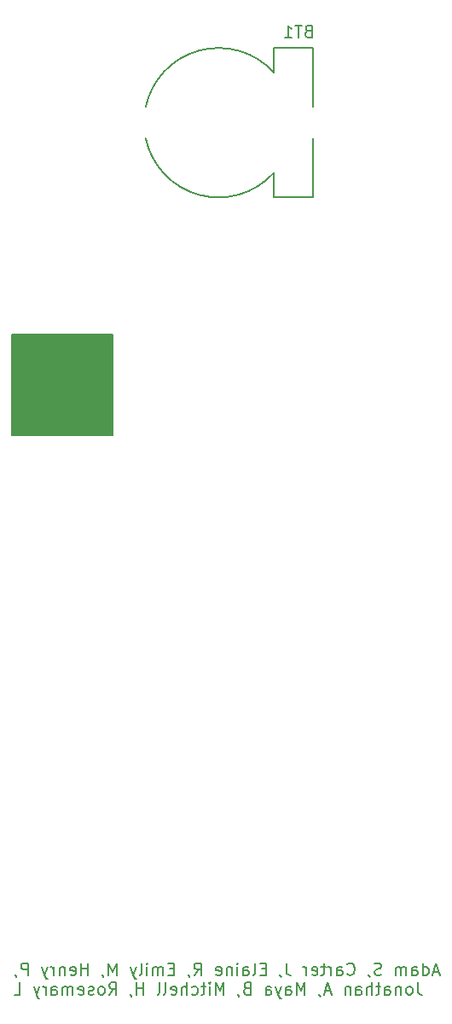
<source format=gbo>
G04 #@! TF.GenerationSoftware,KiCad,Pcbnew,(6.0.7)*
G04 #@! TF.CreationDate,2022-12-13T13:41:41-06:00*
G04 #@! TF.ProjectId,Narwal_v1,4e617277-616c-45f7-9631-2e6b69636164,1*
G04 #@! TF.SameCoordinates,Original*
G04 #@! TF.FileFunction,Legend,Bot*
G04 #@! TF.FilePolarity,Positive*
%FSLAX46Y46*%
G04 Gerber Fmt 4.6, Leading zero omitted, Abs format (unit mm)*
G04 Created by KiCad (PCBNEW (6.0.7)) date 2022-12-13 13:41:41*
%MOMM*%
%LPD*%
G01*
G04 APERTURE LIST*
%ADD10C,0.180000*%
%ADD11C,0.200000*%
%ADD12R,1.800000X1.800000*%
%ADD13C,1.800000*%
%ADD14C,5.000000*%
%ADD15R,2.775000X2.775000*%
%ADD16C,2.775000*%
%ADD17R,1.524000X1.524000*%
%ADD18C,1.524000*%
%ADD19C,1.508000*%
%ADD20C,1.920000*%
%ADD21R,4.500000X2.300000*%
G04 APERTURE END LIST*
D10*
X117500000Y-82500000D02*
X107500000Y-82500000D01*
X107500000Y-82500000D02*
X107500000Y-92500000D01*
X107500000Y-92500000D02*
X117500000Y-92500000D01*
X117500000Y-92500000D02*
X117500000Y-82500000D01*
G36*
X117500000Y-82500000D02*
G01*
X107500000Y-82500000D01*
X107500000Y-92500000D01*
X117500000Y-92500000D01*
X117500000Y-82500000D01*
G37*
D11*
X149915714Y-145734000D02*
X149344285Y-145734000D01*
X150030000Y-146076857D02*
X149630000Y-144876857D01*
X149230000Y-146076857D01*
X148315714Y-146076857D02*
X148315714Y-144876857D01*
X148315714Y-146019714D02*
X148430000Y-146076857D01*
X148658571Y-146076857D01*
X148772857Y-146019714D01*
X148830000Y-145962571D01*
X148887142Y-145848285D01*
X148887142Y-145505428D01*
X148830000Y-145391142D01*
X148772857Y-145334000D01*
X148658571Y-145276857D01*
X148430000Y-145276857D01*
X148315714Y-145334000D01*
X147230000Y-146076857D02*
X147230000Y-145448285D01*
X147287142Y-145334000D01*
X147401428Y-145276857D01*
X147630000Y-145276857D01*
X147744285Y-145334000D01*
X147230000Y-146019714D02*
X147344285Y-146076857D01*
X147630000Y-146076857D01*
X147744285Y-146019714D01*
X147801428Y-145905428D01*
X147801428Y-145791142D01*
X147744285Y-145676857D01*
X147630000Y-145619714D01*
X147344285Y-145619714D01*
X147230000Y-145562571D01*
X146658571Y-146076857D02*
X146658571Y-145276857D01*
X146658571Y-145391142D02*
X146601428Y-145334000D01*
X146487142Y-145276857D01*
X146315714Y-145276857D01*
X146201428Y-145334000D01*
X146144285Y-145448285D01*
X146144285Y-146076857D01*
X146144285Y-145448285D02*
X146087142Y-145334000D01*
X145972857Y-145276857D01*
X145801428Y-145276857D01*
X145687142Y-145334000D01*
X145630000Y-145448285D01*
X145630000Y-146076857D01*
X144201428Y-146019714D02*
X144030000Y-146076857D01*
X143744285Y-146076857D01*
X143630000Y-146019714D01*
X143572857Y-145962571D01*
X143515714Y-145848285D01*
X143515714Y-145734000D01*
X143572857Y-145619714D01*
X143630000Y-145562571D01*
X143744285Y-145505428D01*
X143972857Y-145448285D01*
X144087142Y-145391142D01*
X144144285Y-145334000D01*
X144201428Y-145219714D01*
X144201428Y-145105428D01*
X144144285Y-144991142D01*
X144087142Y-144934000D01*
X143972857Y-144876857D01*
X143687142Y-144876857D01*
X143515714Y-144934000D01*
X142944285Y-146019714D02*
X142944285Y-146076857D01*
X143001428Y-146191142D01*
X143058571Y-146248285D01*
X140830000Y-145962571D02*
X140887142Y-146019714D01*
X141058571Y-146076857D01*
X141172857Y-146076857D01*
X141344285Y-146019714D01*
X141458571Y-145905428D01*
X141515714Y-145791142D01*
X141572857Y-145562571D01*
X141572857Y-145391142D01*
X141515714Y-145162571D01*
X141458571Y-145048285D01*
X141344285Y-144934000D01*
X141172857Y-144876857D01*
X141058571Y-144876857D01*
X140887142Y-144934000D01*
X140830000Y-144991142D01*
X139801428Y-146076857D02*
X139801428Y-145448285D01*
X139858571Y-145334000D01*
X139972857Y-145276857D01*
X140201428Y-145276857D01*
X140315714Y-145334000D01*
X139801428Y-146019714D02*
X139915714Y-146076857D01*
X140201428Y-146076857D01*
X140315714Y-146019714D01*
X140372857Y-145905428D01*
X140372857Y-145791142D01*
X140315714Y-145676857D01*
X140201428Y-145619714D01*
X139915714Y-145619714D01*
X139801428Y-145562571D01*
X139230000Y-146076857D02*
X139230000Y-145276857D01*
X139230000Y-145505428D02*
X139172857Y-145391142D01*
X139115714Y-145334000D01*
X139001428Y-145276857D01*
X138887142Y-145276857D01*
X138658571Y-145276857D02*
X138201428Y-145276857D01*
X138487142Y-144876857D02*
X138487142Y-145905428D01*
X138430000Y-146019714D01*
X138315714Y-146076857D01*
X138201428Y-146076857D01*
X137344285Y-146019714D02*
X137458571Y-146076857D01*
X137687142Y-146076857D01*
X137801428Y-146019714D01*
X137858571Y-145905428D01*
X137858571Y-145448285D01*
X137801428Y-145334000D01*
X137687142Y-145276857D01*
X137458571Y-145276857D01*
X137344285Y-145334000D01*
X137287142Y-145448285D01*
X137287142Y-145562571D01*
X137858571Y-145676857D01*
X136772857Y-146076857D02*
X136772857Y-145276857D01*
X136772857Y-145505428D02*
X136715714Y-145391142D01*
X136658571Y-145334000D01*
X136544285Y-145276857D01*
X136430000Y-145276857D01*
X134772857Y-144876857D02*
X134772857Y-145734000D01*
X134830000Y-145905428D01*
X134944285Y-146019714D01*
X135115714Y-146076857D01*
X135230000Y-146076857D01*
X134144285Y-146019714D02*
X134144285Y-146076857D01*
X134201428Y-146191142D01*
X134258571Y-146248285D01*
X132715714Y-145448285D02*
X132315714Y-145448285D01*
X132144285Y-146076857D02*
X132715714Y-146076857D01*
X132715714Y-144876857D01*
X132144285Y-144876857D01*
X131458571Y-146076857D02*
X131572857Y-146019714D01*
X131629999Y-145905428D01*
X131629999Y-144876857D01*
X130487142Y-146076857D02*
X130487142Y-145448285D01*
X130544285Y-145334000D01*
X130658571Y-145276857D01*
X130887142Y-145276857D01*
X131001428Y-145334000D01*
X130487142Y-146019714D02*
X130601428Y-146076857D01*
X130887142Y-146076857D01*
X131001428Y-146019714D01*
X131058571Y-145905428D01*
X131058571Y-145791142D01*
X131001428Y-145676857D01*
X130887142Y-145619714D01*
X130601428Y-145619714D01*
X130487142Y-145562571D01*
X129915714Y-146076857D02*
X129915714Y-145276857D01*
X129915714Y-144876857D02*
X129972857Y-144934000D01*
X129915714Y-144991142D01*
X129858571Y-144934000D01*
X129915714Y-144876857D01*
X129915714Y-144991142D01*
X129344285Y-145276857D02*
X129344285Y-146076857D01*
X129344285Y-145391142D02*
X129287142Y-145334000D01*
X129172857Y-145276857D01*
X129001428Y-145276857D01*
X128887142Y-145334000D01*
X128829999Y-145448285D01*
X128829999Y-146076857D01*
X127801428Y-146019714D02*
X127915714Y-146076857D01*
X128144285Y-146076857D01*
X128258571Y-146019714D01*
X128315714Y-145905428D01*
X128315714Y-145448285D01*
X128258571Y-145334000D01*
X128144285Y-145276857D01*
X127915714Y-145276857D01*
X127801428Y-145334000D01*
X127744285Y-145448285D01*
X127744285Y-145562571D01*
X128315714Y-145676857D01*
X125629999Y-146076857D02*
X126029999Y-145505428D01*
X126315714Y-146076857D02*
X126315714Y-144876857D01*
X125858571Y-144876857D01*
X125744285Y-144934000D01*
X125687142Y-144991142D01*
X125629999Y-145105428D01*
X125629999Y-145276857D01*
X125687142Y-145391142D01*
X125744285Y-145448285D01*
X125858571Y-145505428D01*
X126315714Y-145505428D01*
X125058571Y-146019714D02*
X125058571Y-146076857D01*
X125115714Y-146191142D01*
X125172857Y-146248285D01*
X123629999Y-145448285D02*
X123229999Y-145448285D01*
X123058571Y-146076857D02*
X123629999Y-146076857D01*
X123629999Y-144876857D01*
X123058571Y-144876857D01*
X122544285Y-146076857D02*
X122544285Y-145276857D01*
X122544285Y-145391142D02*
X122487142Y-145334000D01*
X122372857Y-145276857D01*
X122201428Y-145276857D01*
X122087142Y-145334000D01*
X122029999Y-145448285D01*
X122029999Y-146076857D01*
X122029999Y-145448285D02*
X121972857Y-145334000D01*
X121858571Y-145276857D01*
X121687142Y-145276857D01*
X121572857Y-145334000D01*
X121515714Y-145448285D01*
X121515714Y-146076857D01*
X120944285Y-146076857D02*
X120944285Y-145276857D01*
X120944285Y-144876857D02*
X121001428Y-144934000D01*
X120944285Y-144991142D01*
X120887142Y-144934000D01*
X120944285Y-144876857D01*
X120944285Y-144991142D01*
X120201428Y-146076857D02*
X120315714Y-146019714D01*
X120372857Y-145905428D01*
X120372857Y-144876857D01*
X119858571Y-145276857D02*
X119572857Y-146076857D01*
X119287142Y-145276857D02*
X119572857Y-146076857D01*
X119687142Y-146362571D01*
X119744285Y-146419714D01*
X119858571Y-146476857D01*
X117915714Y-146076857D02*
X117915714Y-144876857D01*
X117515714Y-145734000D01*
X117115714Y-144876857D01*
X117115714Y-146076857D01*
X116487142Y-146019714D02*
X116487142Y-146076857D01*
X116544285Y-146191142D01*
X116601428Y-146248285D01*
X115058571Y-146076857D02*
X115058571Y-144876857D01*
X115058571Y-145448285D02*
X114372857Y-145448285D01*
X114372857Y-146076857D02*
X114372857Y-144876857D01*
X113344285Y-146019714D02*
X113458571Y-146076857D01*
X113687142Y-146076857D01*
X113801428Y-146019714D01*
X113858571Y-145905428D01*
X113858571Y-145448285D01*
X113801428Y-145334000D01*
X113687142Y-145276857D01*
X113458571Y-145276857D01*
X113344285Y-145334000D01*
X113287142Y-145448285D01*
X113287142Y-145562571D01*
X113858571Y-145676857D01*
X112772857Y-145276857D02*
X112772857Y-146076857D01*
X112772857Y-145391142D02*
X112715714Y-145334000D01*
X112601428Y-145276857D01*
X112429999Y-145276857D01*
X112315714Y-145334000D01*
X112258571Y-145448285D01*
X112258571Y-146076857D01*
X111687142Y-146076857D02*
X111687142Y-145276857D01*
X111687142Y-145505428D02*
X111629999Y-145391142D01*
X111572857Y-145334000D01*
X111458571Y-145276857D01*
X111344285Y-145276857D01*
X111058571Y-145276857D02*
X110772857Y-146076857D01*
X110487142Y-145276857D02*
X110772857Y-146076857D01*
X110887142Y-146362571D01*
X110944285Y-146419714D01*
X111058571Y-146476857D01*
X109115714Y-146076857D02*
X109115714Y-144876857D01*
X108658571Y-144876857D01*
X108544285Y-144934000D01*
X108487142Y-144991142D01*
X108429999Y-145105428D01*
X108429999Y-145276857D01*
X108487142Y-145391142D01*
X108544285Y-145448285D01*
X108658571Y-145505428D01*
X109115714Y-145505428D01*
X107858571Y-146019714D02*
X107858571Y-146076857D01*
X107915714Y-146191142D01*
X107972857Y-146248285D01*
X147801428Y-146808857D02*
X147801428Y-147666000D01*
X147858571Y-147837428D01*
X147972857Y-147951714D01*
X148144285Y-148008857D01*
X148258571Y-148008857D01*
X147058571Y-148008857D02*
X147172857Y-147951714D01*
X147230000Y-147894571D01*
X147287142Y-147780285D01*
X147287142Y-147437428D01*
X147230000Y-147323142D01*
X147172857Y-147266000D01*
X147058571Y-147208857D01*
X146887142Y-147208857D01*
X146772857Y-147266000D01*
X146715714Y-147323142D01*
X146658571Y-147437428D01*
X146658571Y-147780285D01*
X146715714Y-147894571D01*
X146772857Y-147951714D01*
X146887142Y-148008857D01*
X147058571Y-148008857D01*
X146144285Y-147208857D02*
X146144285Y-148008857D01*
X146144285Y-147323142D02*
X146087142Y-147266000D01*
X145972857Y-147208857D01*
X145801428Y-147208857D01*
X145687142Y-147266000D01*
X145630000Y-147380285D01*
X145630000Y-148008857D01*
X144544285Y-148008857D02*
X144544285Y-147380285D01*
X144601428Y-147266000D01*
X144715714Y-147208857D01*
X144944285Y-147208857D01*
X145058571Y-147266000D01*
X144544285Y-147951714D02*
X144658571Y-148008857D01*
X144944285Y-148008857D01*
X145058571Y-147951714D01*
X145115714Y-147837428D01*
X145115714Y-147723142D01*
X145058571Y-147608857D01*
X144944285Y-147551714D01*
X144658571Y-147551714D01*
X144544285Y-147494571D01*
X144144285Y-147208857D02*
X143687142Y-147208857D01*
X143972857Y-146808857D02*
X143972857Y-147837428D01*
X143915714Y-147951714D01*
X143801428Y-148008857D01*
X143687142Y-148008857D01*
X143287142Y-148008857D02*
X143287142Y-146808857D01*
X142772857Y-148008857D02*
X142772857Y-147380285D01*
X142830000Y-147266000D01*
X142944285Y-147208857D01*
X143115714Y-147208857D01*
X143230000Y-147266000D01*
X143287142Y-147323142D01*
X141687142Y-148008857D02*
X141687142Y-147380285D01*
X141744285Y-147266000D01*
X141858571Y-147208857D01*
X142087142Y-147208857D01*
X142201428Y-147266000D01*
X141687142Y-147951714D02*
X141801428Y-148008857D01*
X142087142Y-148008857D01*
X142201428Y-147951714D01*
X142258571Y-147837428D01*
X142258571Y-147723142D01*
X142201428Y-147608857D01*
X142087142Y-147551714D01*
X141801428Y-147551714D01*
X141687142Y-147494571D01*
X141115714Y-147208857D02*
X141115714Y-148008857D01*
X141115714Y-147323142D02*
X141058571Y-147266000D01*
X140944285Y-147208857D01*
X140772857Y-147208857D01*
X140658571Y-147266000D01*
X140601428Y-147380285D01*
X140601428Y-148008857D01*
X139172857Y-147666000D02*
X138601428Y-147666000D01*
X139287142Y-148008857D02*
X138887142Y-146808857D01*
X138487142Y-148008857D01*
X138030000Y-147951714D02*
X138030000Y-148008857D01*
X138087142Y-148123142D01*
X138144285Y-148180285D01*
X136601428Y-148008857D02*
X136601428Y-146808857D01*
X136201428Y-147666000D01*
X135801428Y-146808857D01*
X135801428Y-148008857D01*
X134715714Y-148008857D02*
X134715714Y-147380285D01*
X134772857Y-147266000D01*
X134887142Y-147208857D01*
X135115714Y-147208857D01*
X135230000Y-147266000D01*
X134715714Y-147951714D02*
X134830000Y-148008857D01*
X135115714Y-148008857D01*
X135230000Y-147951714D01*
X135287142Y-147837428D01*
X135287142Y-147723142D01*
X135230000Y-147608857D01*
X135115714Y-147551714D01*
X134830000Y-147551714D01*
X134715714Y-147494571D01*
X134258571Y-147208857D02*
X133972857Y-148008857D01*
X133687142Y-147208857D02*
X133972857Y-148008857D01*
X134087142Y-148294571D01*
X134144285Y-148351714D01*
X134258571Y-148408857D01*
X132715714Y-148008857D02*
X132715714Y-147380285D01*
X132772857Y-147266000D01*
X132887142Y-147208857D01*
X133115714Y-147208857D01*
X133230000Y-147266000D01*
X132715714Y-147951714D02*
X132830000Y-148008857D01*
X133115714Y-148008857D01*
X133230000Y-147951714D01*
X133287142Y-147837428D01*
X133287142Y-147723142D01*
X133230000Y-147608857D01*
X133115714Y-147551714D01*
X132830000Y-147551714D01*
X132715714Y-147494571D01*
X130830000Y-147380285D02*
X130658571Y-147437428D01*
X130601428Y-147494571D01*
X130544285Y-147608857D01*
X130544285Y-147780285D01*
X130601428Y-147894571D01*
X130658571Y-147951714D01*
X130772857Y-148008857D01*
X131230000Y-148008857D01*
X131230000Y-146808857D01*
X130830000Y-146808857D01*
X130715714Y-146866000D01*
X130658571Y-146923142D01*
X130601428Y-147037428D01*
X130601428Y-147151714D01*
X130658571Y-147266000D01*
X130715714Y-147323142D01*
X130830000Y-147380285D01*
X131230000Y-147380285D01*
X129972857Y-147951714D02*
X129972857Y-148008857D01*
X130030000Y-148123142D01*
X130087142Y-148180285D01*
X128544285Y-148008857D02*
X128544285Y-146808857D01*
X128144285Y-147666000D01*
X127744285Y-146808857D01*
X127744285Y-148008857D01*
X127172857Y-148008857D02*
X127172857Y-147208857D01*
X127172857Y-146808857D02*
X127230000Y-146866000D01*
X127172857Y-146923142D01*
X127115714Y-146866000D01*
X127172857Y-146808857D01*
X127172857Y-146923142D01*
X126772857Y-147208857D02*
X126315714Y-147208857D01*
X126601428Y-146808857D02*
X126601428Y-147837428D01*
X126544285Y-147951714D01*
X126430000Y-148008857D01*
X126315714Y-148008857D01*
X125401428Y-147951714D02*
X125515714Y-148008857D01*
X125744285Y-148008857D01*
X125858571Y-147951714D01*
X125915714Y-147894571D01*
X125972857Y-147780285D01*
X125972857Y-147437428D01*
X125915714Y-147323142D01*
X125858571Y-147266000D01*
X125744285Y-147208857D01*
X125515714Y-147208857D01*
X125401428Y-147266000D01*
X124887142Y-148008857D02*
X124887142Y-146808857D01*
X124372857Y-148008857D02*
X124372857Y-147380285D01*
X124430000Y-147266000D01*
X124544285Y-147208857D01*
X124715714Y-147208857D01*
X124830000Y-147266000D01*
X124887142Y-147323142D01*
X123344285Y-147951714D02*
X123458571Y-148008857D01*
X123687142Y-148008857D01*
X123801428Y-147951714D01*
X123858571Y-147837428D01*
X123858571Y-147380285D01*
X123801428Y-147266000D01*
X123687142Y-147208857D01*
X123458571Y-147208857D01*
X123344285Y-147266000D01*
X123287142Y-147380285D01*
X123287142Y-147494571D01*
X123858571Y-147608857D01*
X122601428Y-148008857D02*
X122715714Y-147951714D01*
X122772857Y-147837428D01*
X122772857Y-146808857D01*
X121972857Y-148008857D02*
X122087142Y-147951714D01*
X122144285Y-147837428D01*
X122144285Y-146808857D01*
X120601428Y-148008857D02*
X120601428Y-146808857D01*
X120601428Y-147380285D02*
X119915714Y-147380285D01*
X119915714Y-148008857D02*
X119915714Y-146808857D01*
X119287142Y-147951714D02*
X119287142Y-148008857D01*
X119344285Y-148123142D01*
X119401428Y-148180285D01*
X117172857Y-148008857D02*
X117572857Y-147437428D01*
X117858571Y-148008857D02*
X117858571Y-146808857D01*
X117401428Y-146808857D01*
X117287142Y-146866000D01*
X117230000Y-146923142D01*
X117172857Y-147037428D01*
X117172857Y-147208857D01*
X117230000Y-147323142D01*
X117287142Y-147380285D01*
X117401428Y-147437428D01*
X117858571Y-147437428D01*
X116487142Y-148008857D02*
X116601428Y-147951714D01*
X116658571Y-147894571D01*
X116715714Y-147780285D01*
X116715714Y-147437428D01*
X116658571Y-147323142D01*
X116601428Y-147266000D01*
X116487142Y-147208857D01*
X116315714Y-147208857D01*
X116201428Y-147266000D01*
X116144285Y-147323142D01*
X116087142Y-147437428D01*
X116087142Y-147780285D01*
X116144285Y-147894571D01*
X116201428Y-147951714D01*
X116315714Y-148008857D01*
X116487142Y-148008857D01*
X115630000Y-147951714D02*
X115515714Y-148008857D01*
X115287142Y-148008857D01*
X115172857Y-147951714D01*
X115115714Y-147837428D01*
X115115714Y-147780285D01*
X115172857Y-147666000D01*
X115287142Y-147608857D01*
X115458571Y-147608857D01*
X115572857Y-147551714D01*
X115630000Y-147437428D01*
X115630000Y-147380285D01*
X115572857Y-147266000D01*
X115458571Y-147208857D01*
X115287142Y-147208857D01*
X115172857Y-147266000D01*
X114144285Y-147951714D02*
X114258571Y-148008857D01*
X114487142Y-148008857D01*
X114601428Y-147951714D01*
X114658571Y-147837428D01*
X114658571Y-147380285D01*
X114601428Y-147266000D01*
X114487142Y-147208857D01*
X114258571Y-147208857D01*
X114144285Y-147266000D01*
X114087142Y-147380285D01*
X114087142Y-147494571D01*
X114658571Y-147608857D01*
X113572857Y-148008857D02*
X113572857Y-147208857D01*
X113572857Y-147323142D02*
X113515714Y-147266000D01*
X113401428Y-147208857D01*
X113230000Y-147208857D01*
X113115714Y-147266000D01*
X113058571Y-147380285D01*
X113058571Y-148008857D01*
X113058571Y-147380285D02*
X113001428Y-147266000D01*
X112887142Y-147208857D01*
X112715714Y-147208857D01*
X112601428Y-147266000D01*
X112544285Y-147380285D01*
X112544285Y-148008857D01*
X111458571Y-148008857D02*
X111458571Y-147380285D01*
X111515714Y-147266000D01*
X111630000Y-147208857D01*
X111858571Y-147208857D01*
X111972857Y-147266000D01*
X111458571Y-147951714D02*
X111572857Y-148008857D01*
X111858571Y-148008857D01*
X111972857Y-147951714D01*
X112030000Y-147837428D01*
X112030000Y-147723142D01*
X111972857Y-147608857D01*
X111858571Y-147551714D01*
X111572857Y-147551714D01*
X111458571Y-147494571D01*
X110887142Y-148008857D02*
X110887142Y-147208857D01*
X110887142Y-147437428D02*
X110830000Y-147323142D01*
X110772857Y-147266000D01*
X110658571Y-147208857D01*
X110544285Y-147208857D01*
X110258571Y-147208857D02*
X109972857Y-148008857D01*
X109687142Y-147208857D02*
X109972857Y-148008857D01*
X110087142Y-148294571D01*
X110144285Y-148351714D01*
X110258571Y-148408857D01*
X107744285Y-148008857D02*
X108315714Y-148008857D01*
X108315714Y-146808857D01*
X136942857Y-52414285D02*
X136771428Y-52471428D01*
X136714285Y-52528571D01*
X136657142Y-52642857D01*
X136657142Y-52814285D01*
X136714285Y-52928571D01*
X136771428Y-52985714D01*
X136885714Y-53042857D01*
X137342857Y-53042857D01*
X137342857Y-51842857D01*
X136942857Y-51842857D01*
X136828571Y-51900000D01*
X136771428Y-51957142D01*
X136714285Y-52071428D01*
X136714285Y-52185714D01*
X136771428Y-52300000D01*
X136828571Y-52357142D01*
X136942857Y-52414285D01*
X137342857Y-52414285D01*
X136314285Y-51842857D02*
X135628571Y-51842857D01*
X135971428Y-53042857D02*
X135971428Y-51842857D01*
X134600000Y-53042857D02*
X135285714Y-53042857D01*
X134942857Y-53042857D02*
X134942857Y-51842857D01*
X135057142Y-52014285D01*
X135171428Y-52128571D01*
X135285714Y-52185714D01*
D10*
X137375000Y-54100000D02*
X133525000Y-54100000D01*
X137375000Y-68900000D02*
X137375000Y-63050000D01*
X133525000Y-66425000D02*
X133525000Y-68900000D01*
X133525000Y-68900000D02*
X137375000Y-68900000D01*
X137375000Y-54100000D02*
X137375000Y-59950000D01*
X133525000Y-54100000D02*
X133525000Y-56525000D01*
X133525000Y-56525000D02*
G75*
G03*
X120799999Y-59975001I-5488304J-4949391D01*
G01*
X120799999Y-63024999D02*
G75*
G03*
X133525000Y-66475000I7236697J1499390D01*
G01*
%LPC*%
D12*
X172500000Y-63225000D03*
D13*
X172500000Y-65765000D03*
D14*
X103500000Y-53500000D03*
X181500000Y-53500000D03*
X181500000Y-146500000D03*
D15*
X161200000Y-93000000D03*
D16*
X156500000Y-93000000D03*
X151800000Y-93000000D03*
D17*
X108370000Y-76270000D03*
D18*
X108370000Y-73730000D03*
X110910000Y-76270000D03*
X110910000Y-73730000D03*
X113450000Y-76270000D03*
X113450000Y-73730000D03*
X115990000Y-76270000D03*
X115990000Y-73730000D03*
X118530000Y-76270000D03*
X118530000Y-73730000D03*
X121070000Y-76270000D03*
X121070000Y-73730000D03*
X123610000Y-76270000D03*
X123610000Y-73730000D03*
X126150000Y-76270000D03*
X126150000Y-73730000D03*
X128690000Y-76270000D03*
X128690000Y-73730000D03*
X131230000Y-76270000D03*
X131230000Y-73730000D03*
X133770000Y-76270000D03*
X133770000Y-73730000D03*
X136310000Y-76270000D03*
X136310000Y-73730000D03*
X138850000Y-76270000D03*
X138850000Y-73730000D03*
X141390000Y-76270000D03*
X141390000Y-73730000D03*
X143930000Y-76270000D03*
X143930000Y-73730000D03*
X146470000Y-76270000D03*
X146470000Y-73730000D03*
X149010000Y-76270000D03*
X149010000Y-73730000D03*
X151550000Y-76270000D03*
X151550000Y-73730000D03*
X154090000Y-76270000D03*
X154090000Y-73730000D03*
X156630000Y-76270000D03*
X156630000Y-73730000D03*
D14*
X103500000Y-146500000D03*
D19*
X170000000Y-145000000D03*
D20*
X167600000Y-142600000D03*
X167600000Y-147400000D03*
X172400000Y-147400000D03*
X172400000Y-142600000D03*
D21*
X119575000Y-61500000D03*
X135975000Y-61500000D03*
M02*

</source>
